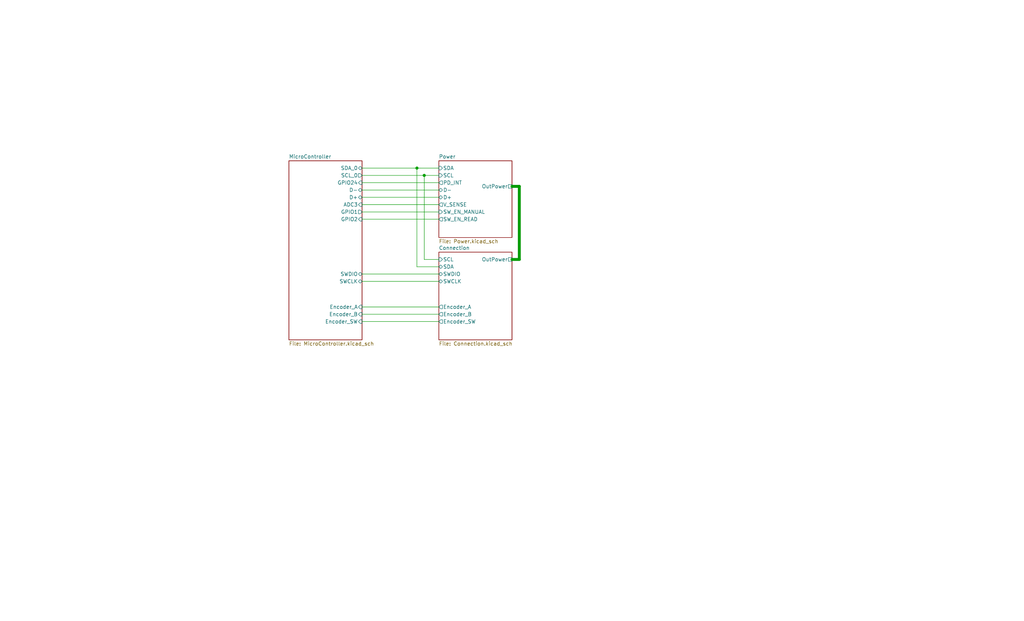
<source format=kicad_sch>
(kicad_sch
	(version 20250114)
	(generator "eeschema")
	(generator_version "9.0")
	(uuid "bb86cedd-0969-45a0-8797-a18328d672f0")
	(paper "USLegal")
	(title_block
		(title "PicoPDSupply")
		(rev "V1.0")
	)
	(lib_symbols)
	(junction
		(at 144.78 58.42)
		(diameter 0)
		(color 0 0 0 0)
		(uuid "36b8ba84-bb60-4079-8e54-39cf6376d28d")
	)
	(junction
		(at 147.32 60.96)
		(diameter 0)
		(color 0 0 0 0)
		(uuid "62978e14-3446-4e35-82c3-0f8207e611cb")
	)
	(wire
		(pts
			(xy 125.73 68.58) (xy 152.4 68.58)
		)
		(stroke
			(width 0)
			(type default)
		)
		(uuid "0439c44a-44eb-4c68-9c32-40f05bd89b63")
	)
	(wire
		(pts
			(xy 147.32 90.17) (xy 152.4 90.17)
		)
		(stroke
			(width 0)
			(type default)
		)
		(uuid "09fcb002-d3c5-4d61-b12f-cbb1ee0a4247")
	)
	(wire
		(pts
			(xy 125.73 63.5) (xy 152.4 63.5)
		)
		(stroke
			(width 0)
			(type default)
		)
		(uuid "110c44ab-a6b9-427c-8585-4a34e5b56cf4")
	)
	(wire
		(pts
			(xy 125.73 106.68) (xy 152.4 106.68)
		)
		(stroke
			(width 0)
			(type default)
		)
		(uuid "25290d5f-f328-4d95-bf37-ff2e043f9035")
	)
	(wire
		(pts
			(xy 147.32 60.96) (xy 152.4 60.96)
		)
		(stroke
			(width 0)
			(type default)
		)
		(uuid "2b61e3c6-6442-497c-a051-ec7a001943de")
	)
	(wire
		(pts
			(xy 144.78 58.42) (xy 152.4 58.42)
		)
		(stroke
			(width 0)
			(type default)
		)
		(uuid "2feeda79-a76d-4117-bb8c-0e23a782586e")
	)
	(wire
		(pts
			(xy 147.32 60.96) (xy 147.32 90.17)
		)
		(stroke
			(width 0)
			(type default)
		)
		(uuid "305645d7-9010-4bbd-ba57-6abab76e4fb8")
	)
	(wire
		(pts
			(xy 125.73 109.22) (xy 152.4 109.22)
		)
		(stroke
			(width 0)
			(type default)
		)
		(uuid "4607e30b-13d8-4800-affc-dd7ee0ac7736")
	)
	(wire
		(pts
			(xy 144.78 58.42) (xy 144.78 92.71)
		)
		(stroke
			(width 0)
			(type default)
		)
		(uuid "4b3c8e31-68d3-43e9-b5e2-2cf16cf43b60")
	)
	(wire
		(pts
			(xy 125.73 76.2) (xy 152.4 76.2)
		)
		(stroke
			(width 0)
			(type default)
		)
		(uuid "7b0e6939-8bbb-4ef3-847d-2ad3f9e19a45")
	)
	(wire
		(pts
			(xy 125.73 58.42) (xy 144.78 58.42)
		)
		(stroke
			(width 0)
			(type default)
		)
		(uuid "7c50812b-3449-4afb-9f6e-b7eca1e9620c")
	)
	(wire
		(pts
			(xy 125.73 111.76) (xy 152.4 111.76)
		)
		(stroke
			(width 0)
			(type default)
		)
		(uuid "9d3a940e-d0ab-4890-b8ff-4b27780d165f")
	)
	(wire
		(pts
			(xy 125.73 95.25) (xy 152.4 95.25)
		)
		(stroke
			(width 0)
			(type default)
		)
		(uuid "9e1dda38-7819-4f98-95d1-4398bf8e4757")
	)
	(wire
		(pts
			(xy 125.73 60.96) (xy 147.32 60.96)
		)
		(stroke
			(width 0)
			(type default)
		)
		(uuid "acc180e0-b8a4-4c75-80c1-dc3ff5fb7139")
	)
	(wire
		(pts
			(xy 177.8 64.77) (xy 180.34 64.77)
		)
		(stroke
			(width 1)
			(type default)
		)
		(uuid "aff21b6e-cb84-47c2-99e1-74e77e1a6fb2")
	)
	(wire
		(pts
			(xy 180.34 64.77) (xy 180.34 90.17)
		)
		(stroke
			(width 1)
			(type default)
		)
		(uuid "b0f7301f-f4d2-4636-abd3-692b395ec692")
	)
	(wire
		(pts
			(xy 125.73 97.79) (xy 152.4 97.79)
		)
		(stroke
			(width 0)
			(type default)
		)
		(uuid "c7b9e392-a53f-404a-9bc1-c18d2ac188b0")
	)
	(wire
		(pts
			(xy 125.73 71.12) (xy 152.4 71.12)
		)
		(stroke
			(width 0)
			(type default)
		)
		(uuid "ce5b7843-7ff5-4f1c-b4a6-ea811072d86f")
	)
	(wire
		(pts
			(xy 144.78 92.71) (xy 152.4 92.71)
		)
		(stroke
			(width 0)
			(type default)
		)
		(uuid "d16d5d66-683a-4193-a26a-3962fc87fb72")
	)
	(wire
		(pts
			(xy 180.34 90.17) (xy 177.8 90.17)
		)
		(stroke
			(width 1)
			(type solid)
		)
		(uuid "dbfa209a-2331-4182-8bfa-431b3703c809")
	)
	(wire
		(pts
			(xy 125.73 73.66) (xy 152.4 73.66)
		)
		(stroke
			(width 0)
			(type default)
		)
		(uuid "e005f90d-6321-4ae3-a5df-e64772a5db74")
	)
	(wire
		(pts
			(xy 125.73 66.04) (xy 152.4 66.04)
		)
		(stroke
			(width 0)
			(type default)
		)
		(uuid "ffd3d188-34a8-466c-b9a9-4b23bb661200")
	)
	(sheet
		(at 152.4 55.88)
		(size 25.4 26.67)
		(exclude_from_sim no)
		(in_bom yes)
		(on_board yes)
		(dnp no)
		(fields_autoplaced yes)
		(stroke
			(width 0.1524)
			(type solid)
		)
		(fill
			(color 0 0 0 0.0000)
		)
		(uuid "3b642f10-447d-457a-a70a-2584c2362332")
		(property "Sheetname" "Power"
			(at 152.4 55.1684 0)
			(effects
				(font
					(size 1.27 1.27)
				)
				(justify left bottom)
			)
		)
		(property "Sheetfile" "Power.kicad_sch"
			(at 152.4 83.1346 0)
			(effects
				(font
					(size 1.27 1.27)
				)
				(justify left top)
			)
		)
		(property "Field2" ""
			(at 152.4 55.88 0)
			(effects
				(font
					(size 1.27 1.27)
				)
				(hide yes)
			)
		)
		(pin "SDA" input
			(at 152.4 58.42 180)
			(uuid "0deebc63-ee41-47de-9046-3c873f5e106c")
			(effects
				(font
					(size 1.27 1.27)
				)
				(justify left)
			)
		)
		(pin "OutPower" passive
			(at 177.8 64.77 0)
			(uuid "d0b7faa0-7686-47b6-9c9b-fe2f2b3dcd37")
			(effects
				(font
					(size 1.27 1.27)
				)
				(justify right)
			)
		)
		(pin "D+" bidirectional
			(at 152.4 68.58 180)
			(uuid "313d788c-15b3-4588-a8a7-2a19f8dfa5e4")
			(effects
				(font
					(size 1.27 1.27)
				)
				(justify left)
			)
		)
		(pin "V_SENSE" output
			(at 152.4 71.12 180)
			(uuid "2a0efa2b-9176-445f-aade-1401a61b6bfe")
			(effects
				(font
					(size 1.27 1.27)
				)
				(justify left)
			)
		)
		(pin "SW_EN_READ" output
			(at 152.4 76.2 180)
			(uuid "220a4869-b0ab-47b2-8795-40a950bbd541")
			(effects
				(font
					(size 1.27 1.27)
				)
				(justify left)
			)
		)
		(pin "SW_EN_MANUAL" input
			(at 152.4 73.66 180)
			(uuid "bb1eb308-3504-4e08-afe7-a643e55fa18e")
			(effects
				(font
					(size 1.27 1.27)
				)
				(justify left)
			)
		)
		(pin "D-" bidirectional
			(at 152.4 66.04 180)
			(uuid "50179973-76cb-46a8-96e6-1a267c9026b4")
			(effects
				(font
					(size 1.27 1.27)
				)
				(justify left)
			)
		)
		(pin "SCL" input
			(at 152.4 60.96 180)
			(uuid "08520fd1-e293-44c9-a5e6-101723640b87")
			(effects
				(font
					(size 1.27 1.27)
				)
				(justify left)
			)
		)
		(pin "PD_INT" output
			(at 152.4 63.5 180)
			(uuid "cedd9979-561d-4cf0-aff3-4679130bedb4")
			(effects
				(font
					(size 1.27 1.27)
				)
				(justify left)
			)
		)
		(instances
			(project "PicoPDSupply"
				(path "/bb86cedd-0969-45a0-8797-a18328d672f0"
					(page "3")
				)
			)
		)
	)
	(sheet
		(at 152.4 87.63)
		(size 25.4 30.48)
		(exclude_from_sim no)
		(in_bom yes)
		(on_board yes)
		(dnp no)
		(fields_autoplaced yes)
		(stroke
			(width 0.1524)
			(type solid)
		)
		(fill
			(color 0 0 0 0.0000)
		)
		(uuid "42208162-266b-4648-9fb4-22d7b6516f5d")
		(property "Sheetname" "Connection"
			(at 152.4 86.9184 0)
			(effects
				(font
					(size 1.27 1.27)
				)
				(justify left bottom)
			)
		)
		(property "Sheetfile" "Connection.kicad_sch"
			(at 152.4 118.6946 0)
			(effects
				(font
					(size 1.27 1.27)
				)
				(justify left top)
			)
		)
		(pin "SCL" input
			(at 152.4 90.17 180)
			(uuid "2aa20391-34e9-44dd-88e5-29ec2e3d8c42")
			(effects
				(font
					(size 1.27 1.27)
				)
				(justify left)
			)
		)
		(pin "SDA" bidirectional
			(at 152.4 92.71 180)
			(uuid "65fedb56-d486-450d-a5a7-338c8725d742")
			(effects
				(font
					(size 1.27 1.27)
				)
				(justify left)
			)
		)
		(pin "OutPower" passive
			(at 177.8 90.17 0)
			(uuid "074b6994-b48b-4807-8187-94ca6e859e9d")
			(effects
				(font
					(size 1.27 1.27)
				)
				(justify right)
			)
		)
		(pin "SWDIO" bidirectional
			(at 152.4 95.25 180)
			(uuid "99467a8c-c561-4563-b0e4-8ff223702ea5")
			(effects
				(font
					(size 1.27 1.27)
				)
				(justify left)
			)
		)
		(pin "SWCLK" bidirectional
			(at 152.4 97.79 180)
			(uuid "6fa87b81-d214-4f7b-a06e-cb4237b9dec7")
			(effects
				(font
					(size 1.27 1.27)
				)
				(justify left)
			)
		)
		(pin "Encoder_SW" output
			(at 152.4 111.76 180)
			(uuid "cafeda57-f010-42dc-9d9c-dcc24c05e2d5")
			(effects
				(font
					(size 1.27 1.27)
				)
				(justify left)
			)
		)
		(pin "Encoder_B" output
			(at 152.4 109.22 180)
			(uuid "3297b435-18ec-4346-b53a-7459d84b8a58")
			(effects
				(font
					(size 1.27 1.27)
				)
				(justify left)
			)
		)
		(pin "Encoder_A" output
			(at 152.4 106.68 180)
			(uuid "dfccb9e7-b939-4005-9961-a951950994af")
			(effects
				(font
					(size 1.27 1.27)
				)
				(justify left)
			)
		)
		(instances
			(project "PicoPDSupply"
				(path "/bb86cedd-0969-45a0-8797-a18328d672f0"
					(page "4")
				)
			)
		)
	)
	(sheet
		(at 100.33 55.88)
		(size 25.4 62.23)
		(exclude_from_sim no)
		(in_bom yes)
		(on_board yes)
		(dnp no)
		(fields_autoplaced yes)
		(stroke
			(width 0.1524)
			(type solid)
		)
		(fill
			(color 0 0 0 0.0000)
		)
		(uuid "f5f112a3-39ed-4501-823c-3faad0436f35")
		(property "Sheetname" "MicroController"
			(at 100.33 55.1684 0)
			(effects
				(font
					(size 1.27 1.27)
				)
				(justify left bottom)
			)
		)
		(property "Sheetfile" "MicroController.kicad_sch"
			(at 100.33 118.6946 0)
			(effects
				(font
					(size 1.27 1.27)
				)
				(justify left top)
			)
		)
		(pin "SDA_0" bidirectional
			(at 125.73 58.42 0)
			(uuid "e86f93cc-b8ff-43cb-9f74-35748114e634")
			(effects
				(font
					(size 1.27 1.27)
				)
				(justify right)
			)
		)
		(pin "SCL_0" output
			(at 125.73 60.96 0)
			(uuid "8e4f127e-868a-45de-b38a-d448de2c199c")
			(effects
				(font
					(size 1.27 1.27)
				)
				(justify right)
			)
		)
		(pin "D-" bidirectional
			(at 125.73 66.04 0)
			(uuid "1eb6c66f-f179-4f4f-abf3-eee646eea539")
			(effects
				(font
					(size 1.27 1.27)
				)
				(justify right)
			)
		)
		(pin "D+" bidirectional
			(at 125.73 68.58 0)
			(uuid "ad47f1c0-0051-4f3a-9bc1-d1a4b3d6faad")
			(effects
				(font
					(size 1.27 1.27)
				)
				(justify right)
			)
		)
		(pin "SWDIO" bidirectional
			(at 125.73 95.25 0)
			(uuid "eb770dad-6fdc-4d38-9480-201819797867")
			(effects
				(font
					(size 1.27 1.27)
				)
				(justify right)
			)
		)
		(pin "SWCLK" bidirectional
			(at 125.73 97.79 0)
			(uuid "e5ea2794-1d74-4eaa-9067-daa2222a8ddc")
			(effects
				(font
					(size 1.27 1.27)
				)
				(justify right)
			)
		)
		(pin "ADC3" input
			(at 125.73 71.12 0)
			(uuid "36d09501-d612-454d-a158-aca6dd1eabbe")
			(effects
				(font
					(size 1.27 1.27)
				)
				(justify right)
			)
		)
		(pin "Encoder_A" input
			(at 125.73 106.68 0)
			(uuid "1c7c1dd0-d709-4f21-be86-91910dc91698")
			(effects
				(font
					(size 1.27 1.27)
				)
				(justify right)
			)
		)
		(pin "Encoder_SW" input
			(at 125.73 111.76 0)
			(uuid "61e6e14f-d519-4197-af56-42561e1e39a4")
			(effects
				(font
					(size 1.27 1.27)
				)
				(justify right)
			)
		)
		(pin "Encoder_B" input
			(at 125.73 109.22 0)
			(uuid "d3a4a38a-4d6b-4c6a-bfea-35cd998f802b")
			(effects
				(font
					(size 1.27 1.27)
				)
				(justify right)
			)
		)
		(pin "GPIO1" output
			(at 125.73 73.66 0)
			(uuid "4d5394a2-421a-4c18-8a6f-e39f3314ebdc")
			(effects
				(font
					(size 1.27 1.27)
				)
				(justify right)
			)
		)
		(pin "GPIO2" input
			(at 125.73 76.2 0)
			(uuid "46ad5f11-32b7-4590-b7d0-a6068721fe26")
			(effects
				(font
					(size 1.27 1.27)
				)
				(justify right)
			)
		)
		(pin "GPIO24" input
			(at 125.73 63.5 0)
			(uuid "2662b29f-9893-45c5-924d-f2b4de3b8ac1")
			(effects
				(font
					(size 1.27 1.27)
				)
				(justify right)
			)
		)
		(instances
			(project "PicoPDSupply"
				(path "/bb86cedd-0969-45a0-8797-a18328d672f0"
					(page "2")
				)
			)
		)
	)
	(sheet_instances
		(path "/"
			(page "1")
		)
	)
	(embedded_fonts no)
)

</source>
